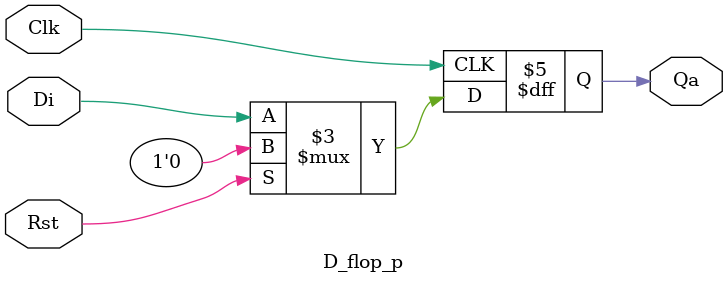
<source format=v>
module D_flop_p (Di, Clk, Qa, Rst);

	input Di, Clk, Rst;
	output reg Qa;
	
	always @ (posedge Clk)
		if (Rst)
			Qa = 1'b0;
		else
			Qa = Di;
	
endmodule
</source>
